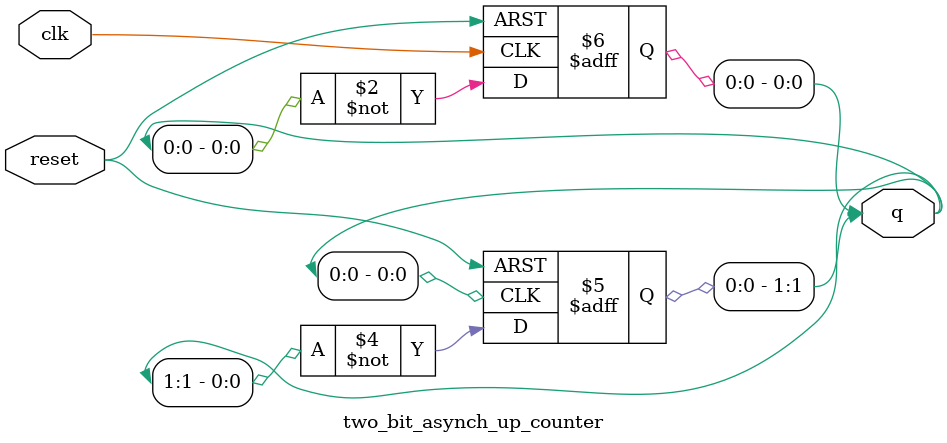
<source format=v>
`timescale 1ns / 1ps

module two_bit_asynch_up_counter(
    input clk, 
    input reset, 
    output reg [1:0] q
    );
    
always @(negedge clk or posedge reset) begin
    if (reset) 
        q[0] <= 1'b0;
    else 
        q[0] <= ~q[0];
end

always @(negedge q[0] or posedge reset) begin
    if (reset) 
        q[1] <= 1'b0;
    else 
        q[1] <= ~q[1];
end

endmodule

</source>
